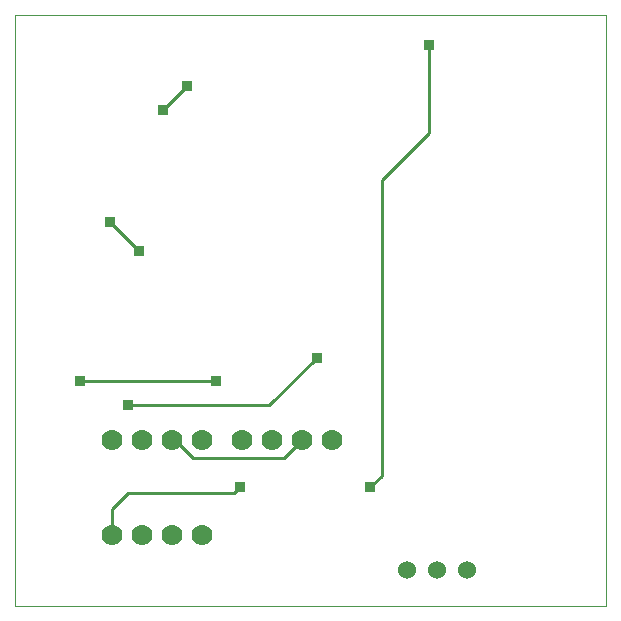
<source format=gbl>
G75*
%MOIN*%
%OFA0B0*%
%FSLAX25Y25*%
%IPPOS*%
%LPD*%
%AMOC8*
5,1,8,0,0,1.08239X$1,22.5*
%
%ADD10C,0.00394*%
%ADD11C,0.06000*%
%ADD12C,0.07000*%
%ADD13C,0.01000*%
%ADD14R,0.03562X0.03562*%
D10*
X0001197Y0002977D02*
X0198047Y0002977D01*
X0198047Y0199827D01*
X0001197Y0199827D01*
X0001197Y0002977D01*
D11*
X0131866Y0014867D03*
X0141866Y0014867D03*
X0151866Y0014867D03*
D12*
X0106748Y0058095D03*
X0096748Y0058095D03*
X0086748Y0058095D03*
X0076748Y0058095D03*
X0063441Y0058095D03*
X0053441Y0058095D03*
X0043441Y0058095D03*
X0033441Y0058095D03*
X0033441Y0026599D03*
X0043441Y0026599D03*
X0053441Y0026599D03*
X0063441Y0026599D03*
D13*
X0074031Y0040378D02*
X0076000Y0042347D01*
X0074031Y0040378D02*
X0038598Y0040378D01*
X0033441Y0035221D01*
X0033441Y0026599D01*
X0060252Y0052189D02*
X0090843Y0052189D01*
X0096748Y0058095D01*
X0085843Y0069906D02*
X0101591Y0085654D01*
X0085843Y0069906D02*
X0038598Y0069906D01*
X0053441Y0058095D02*
X0054346Y0058095D01*
X0060252Y0052189D01*
X0068126Y0077780D02*
X0022850Y0077780D01*
X0042535Y0121087D02*
X0032693Y0130930D01*
X0050409Y0168331D02*
X0058283Y0176205D01*
X0123244Y0144709D02*
X0123244Y0046284D01*
X0119307Y0042347D01*
X0123244Y0144709D02*
X0138992Y0160457D01*
X0138992Y0189985D01*
D14*
X0138992Y0189985D03*
X0058283Y0176205D03*
X0050409Y0168331D03*
X0032693Y0130930D03*
X0042535Y0121087D03*
X0022850Y0077780D03*
X0038598Y0069906D03*
X0068126Y0077780D03*
X0101591Y0085654D03*
X0119307Y0042347D03*
X0076000Y0042347D03*
M02*

</source>
